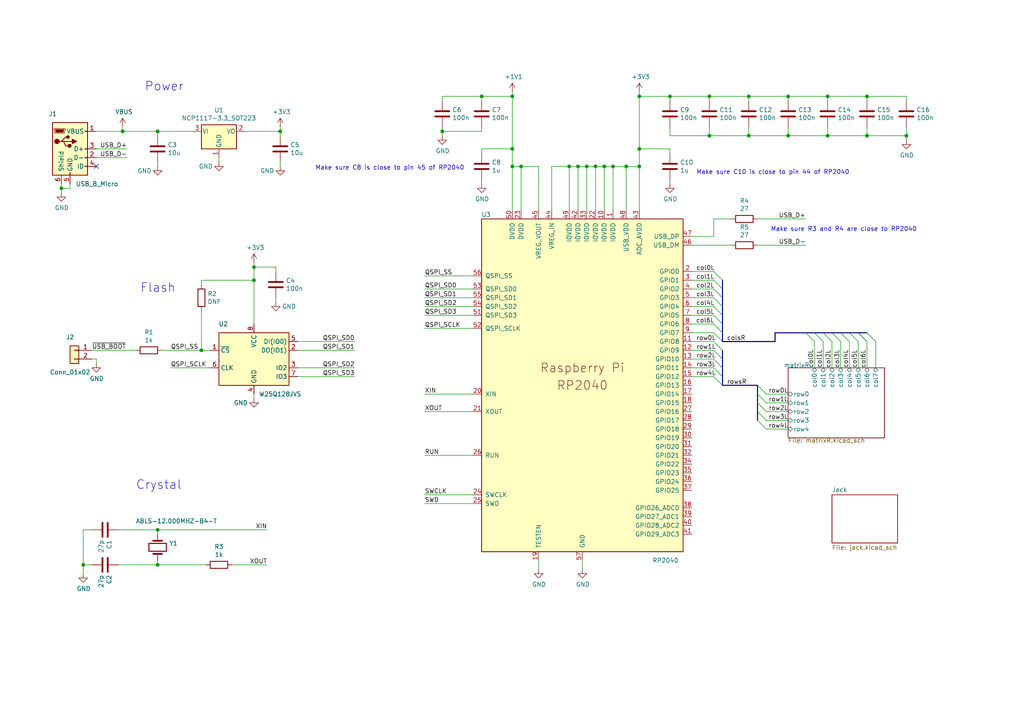
<source format=kicad_sch>
(kicad_sch (version 20211123) (generator eeschema)
  (paper "A4")
  (lib_symbols
    (symbol "Connector_Generic:Conn_01x02" (pin_names (offset 1.016) hide)
      (property "Reference" "J" (at 0 2.54 0))
      (property "Value" "Conn_01x02" (at 0 -5.08 0))
      (symbol "Conn_01x02_1_1"
        (rectangle (start -1.27 -2.413) (end 0 -2.667) (stroke (width 0.1524)))
        (rectangle (start -1.27 0.127) (end 0 -0.127) (stroke (width 0.1524)))
        (rectangle (start -1.27 1.27) (end 1.27 -3.81) (stroke (width 0.254)) (fill (type background)))
        (pin passive line (at -5.08 0 0) (length 3.81) (name "Pin_1") (number "1"))
        (pin passive line (at -5.08 -2.54 0) (length 3.81) (name "Pin_2") (number "2"))
      )
    )
    (symbol "Device:C" (pin_numbers hide) (pin_names (offset 0.254))
      (property "Reference" "C" (at 0.635 2.54 0))
      (property "Value" "C" (at 0.635 -2.54 0))
      (symbol "C_0_1"
        (polyline (pts (xy -2.032 -0.762) (xy 2.032 -0.762)) (stroke (width 0.508)))
        (polyline (pts (xy -2.032 0.762) (xy 2.032 0.762)) (stroke (width 0.508)))
      )
      (symbol "C_1_1"
        (pin passive line (at 0 3.81 270) (length 2.794) (name "~") (number "1"))
        (pin passive line (at 0 -3.81 90) (length 2.794) (name "~") (number "2"))
      )
    )
    (symbol "Device:Crystal" (pin_numbers hide) (pin_names (offset 1.016) hide)
      (property "Reference" "Y" (at 0 3.81 0))
      (property "Value" "Crystal" (at 0 -3.81 0))
      (symbol "Crystal_0_1"
        (rectangle (start -1.143 2.54) (end 1.143 -2.54) (stroke (width 0.3048)))
        (polyline (pts (xy -2.54 0) (xy -1.905 0)))
        (polyline (pts (xy -1.905 -1.27) (xy -1.905 1.27)) (stroke (width 0.508)))
        (polyline (pts (xy 1.905 -1.27) (xy 1.905 1.27)) (stroke (width 0.508)))
        (polyline (pts (xy 2.54 0) (xy 1.905 0)))
      )
      (symbol "Crystal_1_1"
        (pin passive line (at -3.81 0 0) (length 1.27) (name "1") (number "1"))
        (pin passive line (at 3.81 0 180) (length 1.27) (name "2") (number "2"))
      )
    )
    (symbol "Device:R" (pin_numbers hide) (pin_names (offset 0))
      (property "Reference" "R" (at 2.032 0 90))
      (property "Value" "R" (at 0 0 90))
      (symbol "R_0_1"
        (rectangle (start -1.016 -2.54) (end 1.016 2.54) (stroke (width 0.254)))
      )
      (symbol "R_1_1"
        (pin passive line (at 0 3.81 270) (length 1.27) (name "~") (number "1"))
        (pin passive line (at 0 -3.81 90) (length 1.27) (name "~") (number "2"))
      )
    )
    (symbol "MCU_RaspberryPi_RP2040:RP2040" (pin_names (offset 1.016))
      (property "Reference" "U" (at -29.21 49.53 0))
      (property "Value" "RP2040" (at 24.13 -49.53 0))
      (symbol "RP2040_0_0"
        (text "Raspberry Pi" (at 0 5.08 0) (effects (font (size 2.54 2.54))))
        (text "RP2040" (at 0 0 0) (effects (font (size 2.54 2.54))))
      )
      (symbol "RP2040_0_1"
        (rectangle (start 29.21 48.26) (end -29.21 -48.26) (stroke (width 0.254)) (fill (type background)))
      )
      (symbol "RP2040_1_1"
        (pin power_in line (at 8.89 50.8 270) (length 2.54) (name "IOVDD") (number "1"))
        (pin power_in line (at 6.35 50.8 270) (length 2.54) (name "IOVDD") (number "10"))
        (pin bidirectional line (at 31.75 12.7 180) (length 2.54) (name "GPIO8") (number "11"))
        (pin bidirectional line (at 31.75 10.16 180) (length 2.54) (name "GPIO9") (number "12"))
        (pin bidirectional line (at 31.75 7.62 180) (length 2.54) (name "GPIO10") (number "13"))
        (pin bidirectional line (at 31.75 5.08 180) (length 2.54) (name "GPIO11") (number "14"))
        (pin bidirectional line (at 31.75 2.54 180) (length 2.54) (name "GPIO12") (number "15"))
        (pin bidirectional line (at 31.75 0 180) (length 2.54) (name "GPIO13") (number "16"))
        (pin bidirectional line (at 31.75 -2.54 180) (length 2.54) (name "GPIO14") (number "17"))
        (pin bidirectional line (at 31.75 -5.08 180) (length 2.54) (name "GPIO15") (number "18"))
        (pin passive line (at -12.7 -50.8 90) (length 2.54) (name "TESTEN") (number "19"))
        (pin bidirectional line (at 31.75 33.02 180) (length 2.54) (name "GPIO0") (number "2"))
        (pin input line (at -31.75 -2.54 0) (length 2.54) (name "XIN") (number "20"))
        (pin passive line (at -31.75 -7.62 0) (length 2.54) (name "XOUT") (number "21"))
        (pin power_in line (at 3.81 50.8 270) (length 2.54) (name "IOVDD") (number "22"))
        (pin power_in line (at -17.78 50.8 270) (length 2.54) (name "DVDD") (number "23"))
        (pin output line (at -31.75 -31.75 0) (length 2.54) (name "SWCLK") (number "24"))
        (pin bidirectional line (at -31.75 -34.29 0) (length 2.54) (name "SWD") (number "25"))
        (pin input line (at -31.75 -20.32 0) (length 2.54) (name "RUN") (number "26"))
        (pin bidirectional line (at 31.75 -7.62 180) (length 2.54) (name "GPIO16") (number "27"))
        (pin bidirectional line (at 31.75 -10.16 180) (length 2.54) (name "GPIO17") (number "28"))
        (pin bidirectional line (at 31.75 -12.7 180) (length 2.54) (name "GPIO18") (number "29"))
        (pin bidirectional line (at 31.75 30.48 180) (length 2.54) (name "GPIO1") (number "3"))
        (pin bidirectional line (at 31.75 -15.24 180) (length 2.54) (name "GPIO19") (number "30"))
        (pin bidirectional line (at 31.75 -17.78 180) (length 2.54) (name "GPIO20") (number "31"))
        (pin bidirectional line (at 31.75 -20.32 180) (length 2.54) (name "GPIO21") (number "32"))
        (pin power_in line (at 1.27 50.8 270) (length 2.54) (name "IOVDD") (number "33"))
        (pin bidirectional line (at 31.75 -22.86 180) (length 2.54) (name "GPIO22") (number "34"))
        (pin bidirectional line (at 31.75 -25.4 180) (length 2.54) (name "GPIO23") (number "35"))
        (pin bidirectional line (at 31.75 -27.94 180) (length 2.54) (name "GPIO24") (number "36"))
        (pin bidirectional line (at 31.75 -30.48 180) (length 2.54) (name "GPIO25") (number "37"))
        (pin bidirectional line (at 31.75 -35.56 180) (length 2.54) (name "GPIO26_ADC0") (number "38"))
        (pin bidirectional line (at 31.75 -38.1 180) (length 2.54) (name "GPIO27_ADC1") (number "39"))
        (pin bidirectional line (at 31.75 27.94 180) (length 2.54) (name "GPIO2") (number "4"))
        (pin bidirectional line (at 31.75 -40.64 180) (length 2.54) (name "GPIO28_ADC2") (number "40"))
        (pin bidirectional line (at 31.75 -43.18 180) (length 2.54) (name "GPIO29_ADC3") (number "41"))
        (pin power_in line (at -1.27 50.8 270) (length 2.54) (name "IOVDD") (number "42"))
        (pin power_in line (at 16.51 50.8 270) (length 2.54) (name "ADC_AVDD") (number "43"))
        (pin power_in line (at -8.89 50.8 270) (length 2.54) (name "VREG_IN") (number "44"))
        (pin power_out line (at -12.7 50.8 270) (length 2.54) (name "VREG_VOUT") (number "45"))
        (pin bidirectional line (at 31.75 40.64 180) (length 2.54) (name "USB_DM") (number "46"))
        (pin bidirectional line (at 31.75 43.18 180) (length 2.54) (name "USB_DP") (number "47"))
        (pin power_in line (at 12.7 50.8 270) (length 2.54) (name "USB_VDD") (number "48"))
        (pin power_in line (at -3.81 50.8 270) (length 2.54) (name "IOVDD") (number "49"))
        (pin bidirectional line (at 31.75 25.4 180) (length 2.54) (name "GPIO3") (number "5"))
        (pin power_in line (at -20.32 50.8 270) (length 2.54) (name "DVDD") (number "50"))
        (pin bidirectional line (at -31.75 20.32 0) (length 2.54) (name "QSPI_SD3") (number "51"))
        (pin output line (at -31.75 16.51 0) (length 2.54) (name "QSPI_SCLK") (number "52"))
        (pin bidirectional line (at -31.75 27.94 0) (length 2.54) (name "QSPI_SD0") (number "53"))
        (pin bidirectional line (at -31.75 22.86 0) (length 2.54) (name "QSPI_SD2") (number "54"))
        (pin bidirectional line (at -31.75 25.4 0) (length 2.54) (name "QSPI_SD1") (number "55"))
        (pin bidirectional line (at -31.75 31.75 0) (length 2.54) (name "QSPI_SS") (number "56"))
        (pin power_in line (at 0 -50.8 90) (length 2.54) (name "GND") (number "57"))
        (pin bidirectional line (at 31.75 22.86 180) (length 2.54) (name "GPIO4") (number "6"))
        (pin bidirectional line (at 31.75 20.32 180) (length 2.54) (name "GPIO5") (number "7"))
        (pin bidirectional line (at 31.75 17.78 180) (length 2.54) (name "GPIO6") (number "8"))
        (pin bidirectional line (at 31.75 15.24 180) (length 2.54) (name "GPIO7") (number "9"))
      )
    )
    (symbol "Memory_Flash:W25Q128JVS"
      (property "Reference" "U" (at -8.89 8.89 0))
      (property "Value" "W25Q128JVS" (at 7.62 8.89 0))
      (symbol "W25Q128JVS_0_1"
        (rectangle (start -10.16 7.62) (end 10.16 -7.62) (stroke (width 0.254)) (fill (type background)))
      )
      (symbol "W25Q128JVS_1_1"
        (pin input line (at -12.7 2.54 0) (length 2.54) (name "~{CS}") (number "1"))
        (pin bidirectional line (at 12.7 2.54 180) (length 2.54) (name "DO(IO1)") (number "2"))
        (pin bidirectional line (at 12.7 -2.54 180) (length 2.54) (name "IO2") (number "3"))
        (pin power_in line (at 0 -10.16 90) (length 2.54) (name "GND") (number "4"))
        (pin bidirectional line (at 12.7 5.08 180) (length 2.54) (name "DI(IO0)") (number "5"))
        (pin input line (at -12.7 -2.54 0) (length 2.54) (name "CLK") (number "6"))
        (pin bidirectional line (at 12.7 -5.08 180) (length 2.54) (name "IO3") (number "7"))
        (pin power_in line (at 0 10.16 270) (length 2.54) (name "VCC") (number "8"))
      )
    )
    (symbol "RP2040_minimal-rescue:USB_B_Micro-Connector" (pin_names (offset 1.016))
      (property "Reference" "J" (at -5.08 11.43 0))
      (property "Value" "USB_B_Micro-Connector" (at -5.08 8.89 0))
      (symbol "USB_B_Micro-Connector_0_1"
        (rectangle (start -5.08 -7.62) (end 5.08 7.62) (stroke (width 0.254)) (fill (type background)))
        (circle (center -3.81 2.159) (radius 0.635) (stroke (width 0.254)) (fill (type outline)))
        (circle (center -0.635 3.429) (radius 0.381) (stroke (width 0.254)) (fill (type outline)))
        (rectangle (start -0.127 -7.62) (end 0.127 -6.858))
        (polyline (pts (xy -1.905 2.159) (xy 0.635 2.159)) (stroke (width 0.254)))
        (polyline (pts (xy -3.175 2.159) (xy -2.54 2.159) (xy -1.27 3.429) (xy -0.635 3.429)) (stroke (width 0.254)))
        (polyline (pts (xy -2.54 2.159) (xy -1.905 2.159) (xy -1.27 0.889) (xy 0 0.889)) (stroke (width 0.254)))
        (polyline (pts (xy 0.635 2.794) (xy 0.635 1.524) (xy 1.905 2.159) (xy 0.635 2.794)) (stroke (width 0.254)) (fill (type outline)))
        (polyline (pts (xy -4.318 5.588) (xy -1.778 5.588) (xy -2.032 4.826) (xy -4.064 4.826) (xy -4.318 5.588)) (fill (type outline)))
        (polyline (pts (xy -4.699 5.842) (xy -4.699 5.588) (xy -4.445 4.826) (xy -4.445 4.572) (xy -1.651 4.572) (xy -1.651 4.826) (xy -1.397 5.588) (xy -1.397 5.842) (xy -4.699 5.842)))
        (rectangle (start 0.254 1.27) (end -0.508 0.508) (stroke (width 0.254)) (fill (type outline)))
        (rectangle (start 5.08 -5.207) (end 4.318 -4.953))
        (rectangle (start 5.08 -2.667) (end 4.318 -2.413))
        (rectangle (start 5.08 -0.127) (end 4.318 0.127))
        (rectangle (start 5.08 4.953) (end 4.318 5.207))
      )
      (symbol "USB_B_Micro-Connector_1_1"
        (pin power_out line (at 7.62 5.08 180) (length 2.54) (name "VBUS") (number "1"))
        (pin passive line (at 7.62 -2.54 180) (length 2.54) (name "D-") (number "2"))
        (pin passive line (at 7.62 0 180) (length 2.54) (name "D+") (number "3"))
        (pin passive line (at 7.62 -5.08 180) (length 2.54) (name "ID") (number "4"))
        (pin power_out line (at 0 -10.16 90) (length 2.54) (name "GND") (number "5"))
        (pin passive line (at -2.54 -10.16 90) (length 2.54) (name "Shield") (number "6"))
      )
    )
    (symbol "Regulator_Linear:NCP1117-3.3_SOT223" (pin_names (offset 0.254))
      (property "Reference" "U" (at -3.81 3.175 0))
      (property "Value" "NCP1117-3.3_SOT223" (at 0 3.175 0))
      (symbol "NCP1117-3.3_SOT223_0_1"
        (rectangle (start -5.08 -5.08) (end 5.08 1.905) (stroke (width 0.254)) (fill (type background)))
      )
      (symbol "NCP1117-3.3_SOT223_1_1"
        (pin power_in line (at 0 -7.62 90) (length 2.54) (name "GND") (number "1"))
        (pin power_out line (at 7.62 0 180) (length 2.54) (name "VO") (number "2"))
        (pin power_in line (at -7.62 0 0) (length 2.54) (name "VI") (number "3"))
      )
    )
    (symbol "power:+1V1" (power) (pin_names (offset 0))
      (property "Value" "+1V1" (at 0 3.556 0))
      (symbol "+1V1_0_1"
        (polyline (pts (xy -0.762 1.27) (xy 0 2.54)))
        (polyline (pts (xy 0 0) (xy 0 2.54)))
        (polyline (pts (xy 0 2.54) (xy 0.762 1.27)))
      )
      (symbol "+1V1_1_1"
        (pin power_in line (at 0 0 90) (length 0) hide (name "+1V1") (number "1"))
      )
    )
    (symbol "power:+3V3" (power) (pin_names (offset 0))
      (property "Value" "+3V3" (at 0 3.556 0))
      (symbol "+3V3_0_1"
        (polyline (pts (xy -0.762 1.27) (xy 0 2.54)))
        (polyline (pts (xy 0 0) (xy 0 2.54)))
        (polyline (pts (xy 0 2.54) (xy 0.762 1.27)))
      )
      (symbol "+3V3_1_1"
        (pin power_in line (at 0 0 90) (length 0) hide (name "+3V3") (number "1"))
      )
    )
    (symbol "power:GND" (power) (pin_names (offset 0))
      (property "Value" "GND" (at 0 -3.81 0))
      (symbol "GND_0_1"
        (polyline (pts (xy 0 0) (xy 0 -1.27) (xy 1.27 -1.27) (xy 0 -2.54) (xy -1.27 -1.27) (xy 0 -1.27)))
      )
      (symbol "GND_1_1"
        (pin power_in line (at 0 0 270) (length 0) hide (name "GND") (number "1"))
      )
    )
    (symbol "power:VBUS" (power) (pin_names (offset 0))
      (property "Value" "VBUS" (at 0 3.81 0))
      (symbol "VBUS_0_1"
        (polyline (pts (xy -0.762 1.27) (xy 0 2.54)))
        (polyline (pts (xy 0 0) (xy 0 2.54)))
        (polyline (pts (xy 0 2.54) (xy 0.762 1.27)))
      )
      (symbol "VBUS_1_1"
        (pin power_in line (at 0 0 90) (length 0) hide (name "VBUS") (number "1"))
      )
    )
  )
  (junction (at 148.59 43.18))
  (junction (at 58.42 101.6))
  (junction (at 240.03 39.37))
  (junction (at 165.1 48.26))
  (junction (at 240.03 27.94))
  (junction (at 148.59 48.26))
  (junction (at 167.64 48.26))
  (junction (at 205.74 39.37))
  (junction (at 24.13 163.83))
  (junction (at 185.42 43.18))
  (junction (at 228.6 39.37))
  (junction (at 217.17 39.37))
  (junction (at 128.27 38.1))
  (junction (at 217.17 27.94))
  (junction (at 45.72 38.1))
  (junction (at 262.89 39.37))
  (junction (at 17.78 54.61))
  (junction (at 148.59 27.94))
  (junction (at 185.42 27.94))
  (junction (at 81.28 38.1))
  (junction (at 228.6 27.94))
  (junction (at 185.42 48.26))
  (junction (at 73.66 81.28))
  (junction (at 175.26 48.26))
  (junction (at 45.72 163.83))
  (junction (at 151.13 48.26))
  (junction (at 251.46 39.37))
  (junction (at 251.46 27.94))
  (junction (at 35.56 38.1))
  (junction (at 45.72 153.67))
  (junction (at 139.7 27.94))
  (junction (at 177.8 48.26))
  (junction (at 170.18 48.26))
  (junction (at 73.66 77.47))
  (junction (at 194.31 27.94))
  (junction (at 205.74 27.94))
  (junction (at 181.61 48.26))
  (junction (at 172.72 48.26))
  (no_connect (at 27.94 48.26))
  (bus_entry (at 219.71 121.92) (size 2.54 2.54))
  (bus_entry (at 248.92 96.52) (size 2.54 2.54))
  (bus_entry (at 207.01 96.52) (size 2.54 2.54))
  (bus_entry (at 207.01 104.14) (size 2.54 2.54))
  (bus_entry (at 207.01 78.74) (size 2.54 2.54))
  (bus_entry (at 207.01 99.06) (size 2.54 2.54))
  (bus_entry (at 251.46 96.52) (size 2.54 2.54))
  (bus_entry (at 238.76 96.52) (size 2.54 2.54))
  (bus_entry (at 219.71 119.38) (size 2.54 2.54))
  (bus_entry (at 233.68 96.52) (size 2.54 2.54))
  (bus_entry (at 207.01 83.82) (size 2.54 2.54))
  (bus_entry (at 248.92 96.52) (size 2.54 2.54))
  (bus_entry (at 207.01 101.6) (size 2.54 2.54))
  (bus_entry (at 207.01 106.68) (size 2.54 2.54))
  (bus_entry (at 219.71 111.76) (size 2.54 2.54))
  (bus_entry (at 246.38 96.52) (size 2.54 2.54))
  (bus_entry (at 207.01 88.9) (size 2.54 2.54))
  (bus_entry (at 207.01 109.22) (size 2.54 2.54))
  (bus_entry (at 236.22 96.52) (size 2.54 2.54))
  (bus_entry (at 207.01 91.44) (size 2.54 2.54))
  (bus_entry (at 207.01 93.98) (size 2.54 2.54))
  (bus_entry (at 207.01 86.36) (size 2.54 2.54))
  (bus_entry (at 207.01 81.28) (size 2.54 2.54))
  (bus_entry (at 219.71 116.84) (size 2.54 2.54))
  (bus_entry (at 241.3 96.52) (size 2.54 2.54))
  (bus_entry (at 243.84 96.52) (size 2.54 2.54))
  (bus_entry (at 219.71 114.3) (size 2.54 2.54))
  (wire (pts (xy 55.88 38.1) (xy 45.72 38.1)))
  (wire (pts (xy 200.66 109.22) (xy 207.01 109.22)))
  (wire (pts (xy 219.71 71.12) (xy 233.68 71.12)))
  (wire (pts (xy 139.7 44.45) (xy 139.7 43.18)))
  (bus (pts (xy 209.55 109.22) (xy 209.55 111.76)))
  (wire (pts (xy 45.72 39.37) (xy 45.72 38.1)))
  (wire (pts (xy 123.19 88.9) (xy 137.16 88.9)))
  (wire (pts (xy 27.94 104.14) (xy 27.94 105.41)))
  (bus (pts (xy 209.55 104.14) (xy 209.55 106.68)))
  (wire (pts (xy 177.8 48.26) (xy 181.61 48.26)))
  (wire (pts (xy 165.1 48.26) (xy 167.64 48.26)))
  (wire (pts (xy 200.66 101.6) (xy 207.01 101.6)))
  (wire (pts (xy 200.66 96.52) (xy 207.01 96.52)))
  (wire (pts (xy 194.31 36.83) (xy 194.31 39.37)))
  (wire (pts (xy 123.19 83.82) (xy 137.16 83.82)))
  (bus (pts (xy 243.84 96.52) (xy 241.3 96.52)))
  (wire (pts (xy 175.26 60.96) (xy 175.26 48.26)))
  (wire (pts (xy 238.76 99.06) (xy 238.76 106.68)))
  (wire (pts (xy 241.3 99.06) (xy 241.3 106.68)))
  (wire (pts (xy 45.72 154.94) (xy 45.72 153.67)))
  (bus (pts (xy 224.79 96.52) (xy 224.79 99.06)))
  (wire (pts (xy 58.42 82.55) (xy 58.42 81.28)))
  (wire (pts (xy 228.6 36.83) (xy 228.6 39.37)))
  (wire (pts (xy 240.03 27.94) (xy 251.46 27.94)))
  (wire (pts (xy 128.27 38.1) (xy 139.7 38.1)))
  (wire (pts (xy 86.36 101.6) (xy 102.87 101.6)))
  (wire (pts (xy 175.26 48.26) (xy 177.8 48.26)))
  (wire (pts (xy 35.56 36.83) (xy 35.56 38.1)))
  (bus (pts (xy 246.38 96.52) (xy 243.84 96.52)))
  (wire (pts (xy 128.27 29.21) (xy 128.27 27.94)))
  (bus (pts (xy 209.55 96.52) (xy 209.55 99.06)))
  (wire (pts (xy 251.46 39.37) (xy 262.89 39.37)))
  (wire (pts (xy 139.7 27.94) (xy 148.59 27.94)))
  (wire (pts (xy 200.66 83.82) (xy 207.01 83.82)))
  (wire (pts (xy 217.17 27.94) (xy 228.6 27.94)))
  (wire (pts (xy 251.46 99.06) (xy 251.46 106.68)))
  (wire (pts (xy 139.7 38.1) (xy 139.7 36.83)))
  (wire (pts (xy 137.16 95.25) (xy 123.19 95.25)))
  (wire (pts (xy 194.31 29.21) (xy 194.31 27.94)))
  (wire (pts (xy 200.66 86.36) (xy 207.01 86.36)))
  (wire (pts (xy 177.8 48.26) (xy 177.8 60.96)))
  (wire (pts (xy 58.42 81.28) (xy 73.66 81.28)))
  (bus (pts (xy 209.55 101.6) (xy 209.55 104.14)))
  (wire (pts (xy 128.27 27.94) (xy 139.7 27.94)))
  (wire (pts (xy 123.19 91.44) (xy 137.16 91.44)))
  (wire (pts (xy 81.28 39.37) (xy 81.28 38.1)))
  (wire (pts (xy 165.1 60.96) (xy 165.1 48.26)))
  (wire (pts (xy 86.36 106.68) (xy 102.87 106.68)))
  (wire (pts (xy 45.72 46.99) (xy 45.72 48.26)))
  (wire (pts (xy 73.66 76.2) (xy 73.66 77.47)))
  (wire (pts (xy 181.61 48.26) (xy 185.42 48.26)))
  (wire (pts (xy 35.56 38.1) (xy 45.72 38.1)))
  (wire (pts (xy 45.72 153.67) (xy 77.47 153.67)))
  (wire (pts (xy 262.89 36.83) (xy 262.89 39.37)))
  (wire (pts (xy 246.38 99.06) (xy 246.38 106.68)))
  (wire (pts (xy 200.66 91.44) (xy 207.01 91.44)))
  (wire (pts (xy 137.16 132.08) (xy 123.19 132.08)))
  (wire (pts (xy 254 99.06) (xy 254 106.68)))
  (bus (pts (xy 209.55 111.76) (xy 219.71 111.76)))
  (wire (pts (xy 167.64 60.96) (xy 167.64 48.26)))
  (wire (pts (xy 228.6 39.37) (xy 217.17 39.37)))
  (wire (pts (xy 128.27 36.83) (xy 128.27 38.1)))
  (wire (pts (xy 67.31 163.83) (xy 77.47 163.83)))
  (wire (pts (xy 46.99 101.6) (xy 58.42 101.6)))
  (wire (pts (xy 26.67 153.67) (xy 24.13 153.67)))
  (wire (pts (xy 86.36 99.06) (xy 102.87 99.06)))
  (wire (pts (xy 24.13 163.83) (xy 24.13 166.37)))
  (bus (pts (xy 209.55 106.68) (xy 209.55 109.22)))
  (wire (pts (xy 200.66 88.9) (xy 207.01 88.9)))
  (wire (pts (xy 17.78 53.34) (xy 17.78 54.61)))
  (wire (pts (xy 58.42 90.17) (xy 58.42 101.6)))
  (wire (pts (xy 27.94 43.18) (xy 36.83 43.18)))
  (wire (pts (xy 139.7 52.07) (xy 139.7 53.34)))
  (wire (pts (xy 151.13 48.26) (xy 148.59 48.26)))
  (wire (pts (xy 219.71 63.5) (xy 233.68 63.5)))
  (wire (pts (xy 236.22 99.06) (xy 236.22 106.68)))
  (wire (pts (xy 251.46 27.94) (xy 262.89 27.94)))
  (wire (pts (xy 228.6 29.21) (xy 228.6 27.94)))
  (bus (pts (xy 233.68 96.52) (xy 224.79 96.52)))
  (wire (pts (xy 185.42 26.67) (xy 185.42 27.94)))
  (wire (pts (xy 80.01 77.47) (xy 73.66 77.47)))
  (bus (pts (xy 219.71 111.76) (xy 219.71 114.3)))
  (wire (pts (xy 194.31 52.07) (xy 194.31 53.34)))
  (bus (pts (xy 209.55 99.06) (xy 224.79 99.06)))
  (wire (pts (xy 205.74 39.37) (xy 194.31 39.37)))
  (wire (pts (xy 311.15 154.94) (xy 314.96 154.94)))
  (wire (pts (xy 185.42 27.94) (xy 194.31 27.94)))
  (wire (pts (xy 156.21 162.56) (xy 156.21 165.1)))
  (wire (pts (xy 80.01 86.36) (xy 80.01 87.63)))
  (bus (pts (xy 209.55 86.36) (xy 209.55 88.9)))
  (wire (pts (xy 160.02 48.26) (xy 165.1 48.26)))
  (wire (pts (xy 200.66 68.58) (xy 207.01 68.58)))
  (wire (pts (xy 26.67 163.83) (xy 24.13 163.83)))
  (wire (pts (xy 248.92 99.06) (xy 248.92 106.68)))
  (bus (pts (xy 241.3 96.52) (xy 238.76 96.52)))
  (wire (pts (xy 172.72 48.26) (xy 175.26 48.26)))
  (wire (pts (xy 222.25 116.84) (xy 228.6 116.84)))
  (wire (pts (xy 160.02 60.96) (xy 160.02 48.26)))
  (wire (pts (xy 222.25 114.3) (xy 228.6 114.3)))
  (wire (pts (xy 81.28 38.1) (xy 81.28 36.83)))
  (wire (pts (xy 168.91 162.56) (xy 168.91 165.1)))
  (wire (pts (xy 194.31 27.94) (xy 205.74 27.94)))
  (bus (pts (xy 209.55 93.98) (xy 209.55 96.52)))
  (wire (pts (xy 243.84 99.06) (xy 243.84 106.68)))
  (wire (pts (xy 139.7 29.21) (xy 139.7 27.94)))
  (wire (pts (xy 185.42 43.18) (xy 194.31 43.18)))
  (wire (pts (xy 45.72 162.56) (xy 45.72 163.83)))
  (wire (pts (xy 240.03 39.37) (xy 228.6 39.37)))
  (bus (pts (xy 248.92 96.52) (xy 246.38 96.52)))
  (wire (pts (xy 34.29 153.67) (xy 45.72 153.67)))
  (bus (pts (xy 209.55 91.44) (xy 209.55 93.98)))
  (wire (pts (xy 20.32 54.61) (xy 17.78 54.61)))
  (wire (pts (xy 137.16 119.38) (xy 123.19 119.38)))
  (wire (pts (xy 86.36 109.22) (xy 102.87 109.22)))
  (wire (pts (xy 45.72 163.83) (xy 59.69 163.83)))
  (wire (pts (xy 181.61 60.96) (xy 181.61 48.26)))
  (wire (pts (xy 49.53 106.68) (xy 60.96 106.68)))
  (wire (pts (xy 73.66 77.47) (xy 73.66 81.28)))
  (wire (pts (xy 200.66 71.12) (xy 212.09 71.12)))
  (bus (pts (xy 251.46 96.52) (xy 248.92 96.52)))
  (wire (pts (xy 217.17 39.37) (xy 205.74 39.37)))
  (wire (pts (xy 205.74 29.21) (xy 205.74 27.94)))
  (wire (pts (xy 185.42 48.26) (xy 185.42 60.96)))
  (wire (pts (xy 63.5 45.72) (xy 63.5 46.99)))
  (wire (pts (xy 185.42 27.94) (xy 185.42 43.18)))
  (wire (pts (xy 207.01 63.5) (xy 207.01 68.58)))
  (wire (pts (xy 251.46 29.21) (xy 251.46 27.94)))
  (bus (pts (xy 238.76 96.52) (xy 236.22 96.52)))
  (wire (pts (xy 137.16 143.51) (xy 123.19 143.51)))
  (wire (pts (xy 73.66 114.3) (xy 73.66 115.57)))
  (wire (pts (xy 39.37 101.6) (xy 26.67 101.6)))
  (wire (pts (xy 222.25 121.92) (xy 228.6 121.92)))
  (wire (pts (xy 128.27 38.1) (xy 128.27 39.37)))
  (wire (pts (xy 251.46 36.83) (xy 251.46 39.37)))
  (wire (pts (xy 34.29 163.83) (xy 45.72 163.83)))
  (wire (pts (xy 123.19 86.36) (xy 137.16 86.36)))
  (wire (pts (xy 80.01 78.74) (xy 80.01 77.47)))
  (bus (pts (xy 209.55 83.82) (xy 209.55 86.36)))
  (wire (pts (xy 205.74 36.83) (xy 205.74 39.37)))
  (wire (pts (xy 185.42 43.18) (xy 185.42 48.26)))
  (wire (pts (xy 151.13 60.96) (xy 151.13 48.26)))
  (wire (pts (xy 137.16 80.01) (xy 123.19 80.01)))
  (wire (pts (xy 20.32 53.34) (xy 20.32 54.61)))
  (bus (pts (xy 236.22 96.52) (xy 233.68 96.52)))
  (wire (pts (xy 172.72 60.96) (xy 172.72 48.26)))
  (wire (pts (xy 200.66 99.06) (xy 207.01 99.06)))
  (bus (pts (xy 209.55 81.28) (xy 209.55 83.82)))
  (wire (pts (xy 217.17 29.21) (xy 217.17 27.94)))
  (wire (pts (xy 311.15 147.32) (xy 314.96 147.32)))
  (wire (pts (xy 200.66 106.68) (xy 207.01 106.68)))
  (wire (pts (xy 222.25 124.46) (xy 228.6 124.46)))
  (wire (pts (xy 123.19 114.3) (xy 137.16 114.3)))
  (bus (pts (xy 209.55 88.9) (xy 209.55 91.44)))
  (wire (pts (xy 148.59 48.26) (xy 148.59 60.96)))
  (bus (pts (xy 219.71 119.38) (xy 219.71 121.92)))
  (wire (pts (xy 73.66 81.28) (xy 73.66 93.98)))
  (wire (pts (xy 200.66 104.14) (xy 207.01 104.14)))
  (wire (pts (xy 148.59 43.18) (xy 148.59 48.26)))
  (wire (pts (xy 156.21 48.26) (xy 151.13 48.26)))
  (bus (pts (xy 219.71 116.84) (xy 219.71 119.38)))
  (wire (pts (xy 207.01 63.5) (xy 212.09 63.5)))
  (wire (pts (xy 81.28 46.99) (xy 81.28 48.26)))
  (wire (pts (xy 262.89 29.21) (xy 262.89 27.94)))
  (wire (pts (xy 200.66 78.74) (xy 207.01 78.74)))
  (wire (pts (xy 27.94 45.72) (xy 36.83 45.72)))
  (wire (pts (xy 58.42 101.6) (xy 60.96 101.6)))
  (wire (pts (xy 26.67 104.14) (xy 27.94 104.14)))
  (wire (pts (xy 17.78 54.61) (xy 17.78 55.88)))
  (wire (pts (xy 170.18 48.26) (xy 172.72 48.26)))
  (wire (pts (xy 27.94 38.1) (xy 35.56 38.1)))
  (wire (pts (xy 156.21 60.96) (xy 156.21 48.26)))
  (wire (pts (xy 217.17 36.83) (xy 217.17 39.37)))
  (wire (pts (xy 148.59 26.67) (xy 148.59 27.94)))
  (wire (pts (xy 137.16 146.05) (xy 123.19 146.05)))
  (wire (pts (xy 251.46 39.37) (xy 240.03 39.37)))
  (wire (pts (xy 200.66 93.98) (xy 207.01 93.98)))
  (wire (pts (xy 240.03 29.21) (xy 240.03 27.94)))
  (wire (pts (xy 205.74 27.94) (xy 217.17 27.94)))
  (wire (pts (xy 200.66 81.28) (xy 207.01 81.28)))
  (wire (pts (xy 170.18 60.96) (xy 170.18 48.26)))
  (wire (pts (xy 194.31 44.45) (xy 194.31 43.18)))
  (wire (pts (xy 24.13 153.67) (xy 24.13 163.83)))
  (bus (pts (xy 219.71 114.3) (xy 219.71 116.84)))
  (wire (pts (xy 262.89 39.37) (xy 262.89 40.64)))
  (wire (pts (xy 71.12 38.1) (xy 81.28 38.1)))
  (wire (pts (xy 222.25 119.38) (xy 228.6 119.38)))
  (wire (pts (xy 167.64 48.26) (xy 170.18 48.26)))
  (wire (pts (xy 148.59 27.94) (xy 148.59 43.18)))
  (wire (pts (xy 228.6 27.94) (xy 240.03 27.94)))
  (wire (pts (xy 139.7 43.18) (xy 148.59 43.18)))
  (wire (pts (xy 240.03 36.83) (xy 240.03 39.37)))
  (text "Flash" (at 40.64 85.09 0) (effects (font (size 2.54 2.54)) (justify left bottom)))
  (text "Make sure C10 is close to pin 44 of RP2040" (at 201.93 50.8 0) (effects (font (size 1.27 1.27)) (justify left bottom)))
  (text "Crystal" (at 39.37 142.24 0) (effects (font (size 2.54 2.54)) (justify left bottom)))
  (text "Make sure C8 is close to pin 45 of RP2040" (at 91.44 49.53 0) (effects (font (size 1.27 1.27)) (justify left bottom)))
  (text "Make sure R3 and R4 are close to RP2040" (at 223.52 67.31 0) (effects (font (size 1.27 1.27)) (justify left bottom)))
  (text "Power" (at 41.91 26.67 0) (effects (font (size 2.54 2.54)) (justify left bottom)))
  (label "USB_D+" (at 36.83 43.18 180))
  (label "SWD" (at 123.19 146.05 0))
  (label "QSPI_SD0" (at 123.19 83.82 0))
  (label "QSPI_SD3" (at 102.87 109.22 180))
  (label "row4L" (at 228.6 124.46 180))
  (label "QSPI_SCLK" (at 123.19 95.25 0))
  (label "XOUT" (at 77.47 163.83 180))
  (label "row1L" (at 228.6 116.84 180))
  (label "col4L" (at 246.38 106.68 90))
  (label "rowsR" (at 210.82 111.76 0))
  (label "col2L" (at 241.3 106.68 90))
  (label "col5L" (at 201.9079 91.44 0))
  (label "QSPI_SD2" (at 102.87 106.68 180))
  (label "~{USB_BOOT}" (at 26.67 101.6 0))
  (label "QSPI_SD3" (at 123.19 91.44 0))
  (label "SWCLK" (at 123.19 143.51 0))
  (label "row1L" (at 201.93 101.6 0))
  (label "QSPI_SCLK" (at 49.53 106.68 0))
  (label "USB_D-" (at 233.68 71.12 180))
  (label "col4L" (at 201.9079 88.9 0))
  (label "QSPI_SD1" (at 123.19 86.36 0))
  (label "col3L" (at 243.84 106.68 90))
  (label "col0L" (at 201.93 78.74 0))
  (label "XIN" (at 77.47 153.67 180))
  (label "USB_D-" (at 36.83 45.72 180))
  (label "QSPI_SD1" (at 102.87 101.6 180))
  (label "col5L" (at 248.92 106.68 90))
  (label "row2L" (at 201.93 104.14 0))
  (label "QSPI_SD0" (at 102.87 99.06 180))
  (label "row4L" (at 201.93 109.22 0))
  (label "row3L" (at 201.93 106.68 0))
  (label "colsR" (at 210.82 99.06 0))
  (label "XIN" (at 123.19 114.3 0))
  (label "row2L" (at 228.6 119.38 180))
  (label "QSPI_SS" (at 49.53 101.6 0))
  (label "col6L" (at 251.46 106.68 90))
  (label "col2L" (at 201.9079 83.82 0))
  (label "col0L" (at 236.22 106.6579 90))
  (label "RUN" (at 123.19 132.08 0))
  (label "col3L" (at 201.9079 86.36 0))
  (label "row3L" (at 228.6 121.92 180))
  (label "XOUT" (at 123.19 119.38 0))
  (label "col6L" (at 201.8599 93.98 0))
  (label "col1L" (at 238.76 106.68 90))
  (label "QSPI_SD2" (at 123.19 88.9 0))
  (label "USB_D+" (at 233.68 63.5 180))
  (label "row0L" (at 228.6 114.3 180))
  (label "row0L" (at 201.93 99.06 0))
  (label "col1L" (at 201.9079 81.28 0))
  (label "QSPI_SS" (at 123.19 80.01 0))
  (symbol (lib_id "Regulator_Linear:NCP1117-3.3_SOT223") (at 63.5 38.1 0) (unit 1)
    (property "Reference" "U1" (at 63.5 31.9532 0))
    (property "Value" "NCP1117-3.3_SOT223" (at 63.5 34.2646 0))
    (property "Footprint" "Package_TO_SOT_SMD:SOT-223-3_TabPin2" (effects hide))
    (property "Datasheet" "http://www.onsemi.com/pub_link/Collateral/NCP1117-D.PDF" (effects hide))
  )
  (symbol (lib_id "Memory_Flash:W25Q128JVS") (at 73.66 104.14 0) (unit 1)
    (property "Reference" "U2" (at 64.77 93.98 0))
    (property "Value" "W25Q128JVS" (at 81.28 114.3 0))
    (property "Footprint" "Package_SO:SOIC-8_5.23x5.23mm_P1.27mm" (effects hide))
    (property "Datasheet" "http://www.winbond.com/resource-files/w25q128jv_dtr%20revc%2003272018%20plus.pdf" (effects hide))
  )
  (symbol (lib_id "Device:C") (at 80.01 82.55 0) (unit 1)
    (property "Reference" "C4" (at 82.931 81.3816 0) (effects (justify left)))
    (property "Value" "100n" (at 82.931 83.693 0) (effects (justify left)))
    (property "Footprint" "Capacitor_SMD:C_0402_1005Metric" (effects hide))
  )
  (symbol (lib_id "power:VBUS") (at 35.56 36.83 0) (unit 1)
    (property "Reference" "#PWR04" (effects hide))
    (property "Value" "VBUS" (at 35.941 32.4358 0))
  )
  (symbol (lib_id "Device:C") (at 139.7 48.26 0) (unit 1)
    (property "Reference" "C8" (at 142.621 47.0916 0) (effects (justify left)))
    (property "Value" "1u" (at 142.621 49.403 0) (effects (justify left)))
    (property "Footprint" "Capacitor_SMD:C_0402_1005Metric" (effects hide))
  )
  (symbol (lib_id "Device:C") (at 251.46 33.02 0) (unit 1)
    (property "Reference" "C15" (at 254.381 31.8516 0) (effects (justify left)))
    (property "Value" "100n" (at 254.381 34.163 0) (effects (justify left)))
    (property "Footprint" "Capacitor_SMD:C_0402_1005Metric" (effects hide))
  )
  (symbol (lib_id "power:GND") (at 17.78 55.88 0) (unit 1)
    (property "Reference" "#PWR01" (effects hide))
    (property "Value" "GND" (at 17.907 60.2742 0))
  )
  (symbol (lib_id "power:GND") (at 27.94 105.41 0) (unit 1)
    (property "Reference" "#PWR03" (effects hide))
    (property "Value" "GND" (at 28.067 109.8042 0))
  )
  (symbol (lib_id "Device:C") (at 205.74 33.02 0) (unit 1)
    (property "Reference" "C11" (at 208.661 31.8516 0) (effects (justify left)))
    (property "Value" "100n" (at 208.661 34.163 0) (effects (justify left)))
    (property "Footprint" "Capacitor_SMD:C_0402_1005Metric" (effects hide))
  )
  (symbol (lib_id "power:GND") (at 80.01 87.63 0) (unit 1)
    (property "Reference" "#PWR09" (effects hide))
    (property "Value" "GND" (at 83.82 88.9 0))
  )
  (symbol (lib_id "Device:R") (at 215.9 71.12 270) (unit 1)
    (property "Reference" "R5" (at 215.9 65.8622 90))
    (property "Value" "27" (at 215.9 68.1736 90))
    (property "Footprint" "Capacitor_SMD:C_0402_1005Metric" (effects hide))
  )
  (symbol (lib_id "Device:C") (at 81.28 43.18 0) (unit 1)
    (property "Reference" "C5" (at 84.201 42.0116 0) (effects (justify left)))
    (property "Value" "10u" (at 84.201 44.323 0) (effects (justify left)))
    (property "Footprint" "Capacitor_SMD:C_0805_2012Metric" (effects hide))
  )
  (symbol (lib_id "power:GND") (at 63.5 46.99 0) (unit 1)
    (property "Reference" "#PWR06" (effects hide))
    (property "Value" "GND" (at 59.69 48.26 0))
  )
  (symbol (lib_id "Device:C") (at 128.27 33.02 0) (unit 1)
    (property "Reference" "C6" (at 131.191 31.8516 0) (effects (justify left)))
    (property "Value" "100n" (at 131.191 34.163 0) (effects (justify left)))
    (property "Footprint" "Capacitor_SMD:C_0402_1005Metric" (effects hide))
  )
  (symbol (lib_id "power:+1V1") (at 148.59 26.67 0) (unit 1)
    (property "Reference" "#PWR014" (effects hide))
    (property "Value" "+1V1" (at 148.971 22.2758 0))
  )
  (symbol (lib_id "Device:Crystal") (at 45.72 158.75 270) (unit 1)
    (property "Reference" "Y1" (at 49.0474 157.5816 90) (effects (justify left)))
    (property "Value" "ABLS-12.000MHZ-B4-T" (at 39.37 151.13 90) (effects (justify left)))
    (property "Footprint" "RP2040_minimal:Crystal_SMD_HC49-US" (effects hide))
  )
  (symbol (lib_id "Device:C") (at 194.31 48.26 0) (unit 1)
    (property "Reference" "C10" (at 197.231 47.0916 0) (effects (justify left)))
    (property "Value" "1u" (at 197.231 49.403 0) (effects (justify left)))
    (property "Footprint" "Capacitor_SMD:C_0402_1005Metric" (effects hide))
  )
  (symbol (lib_id "Device:C") (at 30.48 163.83 270) (unit 1)
    (property "Reference" "C2" (at 31.6484 166.751 0) (effects (justify left)))
    (property "Value" "27p" (at 29.337 166.751 0) (effects (justify left)))
    (property "Footprint" "Capacitor_SMD:C_0402_1005Metric" (effects hide))
  )
  (symbol (lib_id "power:+3V3") (at 311.15 147.32 0) (unit 1)
    (property "Reference" "#PWR?" (effects hide))
    (property "Value" "+3V3" (at 311.531 142.9258 0))
  )
  (symbol (lib_id "power:GND") (at 45.72 48.26 0) (unit 1)
    (property "Reference" "#PWR05" (effects hide))
    (property "Value" "GND" (at 41.91 49.53 0))
  )
  (symbol (lib_id "Device:R") (at 215.9 63.5 270) (unit 1)
    (property "Reference" "R4" (at 215.9 58.2422 90))
    (property "Value" "27" (at 215.9 60.5536 90))
    (property "Footprint" "Capacitor_SMD:C_0402_1005Metric" (effects hide))
  )
  (symbol (lib_id "Device:C") (at 139.7 33.02 0) (unit 1)
    (property "Reference" "C7" (at 142.621 31.8516 0) (effects (justify left)))
    (property "Value" "100n" (at 142.621 34.163 0) (effects (justify left)))
    (property "Footprint" "Capacitor_SMD:C_0402_1005Metric" (effects hide))
  )
  (symbol (lib_id "power:+3V3") (at 81.28 36.83 0) (unit 1)
    (property "Reference" "#PWR010" (effects hide))
    (property "Value" "+3V3" (at 81.661 32.4358 0))
  )
  (symbol (lib_id "power:GND") (at 128.27 39.37 0) (unit 1)
    (property "Reference" "#PWR012" (effects hide))
    (property "Value" "GND" (at 128.397 43.7642 0))
  )
  (symbol (lib_id "Device:R") (at 43.18 101.6 270) (unit 1)
    (property "Reference" "R1" (at 43.18 96.3422 90))
    (property "Value" "1k" (at 43.18 98.6536 90))
    (property "Footprint" "Capacitor_SMD:C_0402_1005Metric" (effects hide))
  )
  (symbol (lib_id "RP2040_minimal-rescue:USB_B_Micro-Connector") (at 20.32 43.18 0) (unit 1)
    (property "Reference" "J1" (at 16.51 33.02 0) (effects (justify right)))
    (property "Value" "USB_B_Micro" (at 34.29 53.34 0) (effects (justify right)))
    (property "Footprint" "RP2040_minimal:USB_Micro-B_Amphenol_10103594-0001LF_Horizontal_modified" (effects hide))
  )
  (symbol (lib_id "Device:C") (at 30.48 153.67 270) (unit 1)
    (property "Reference" "C1" (at 31.6484 156.591 0) (effects (justify left)))
    (property "Value" "27p" (at 29.337 156.591 0) (effects (justify left)))
    (property "Footprint" "Capacitor_SMD:C_0402_1005Metric" (effects hide))
  )
  (symbol (lib_id "power:GND") (at 262.89 40.64 0) (unit 1)
    (property "Reference" "#PWR019" (effects hide))
    (property "Value" "GND" (at 263.017 45.0342 0))
  )
  (symbol (lib_id "Device:C") (at 262.89 33.02 0) (unit 1)
    (property "Reference" "C16" (at 265.811 31.8516 0) (effects (justify left)))
    (property "Value" "100n" (at 265.811 34.163 0) (effects (justify left)))
    (property "Footprint" "Capacitor_SMD:C_0402_1005Metric" (effects hide))
  )
  (symbol (lib_id "Device:C") (at 194.31 33.02 0) (unit 1)
    (property "Reference" "C9" (at 197.231 31.8516 0) (effects (justify left)))
    (property "Value" "100n" (at 197.231 34.163 0) (effects (justify left)))
    (property "Footprint" "Capacitor_SMD:C_0402_1005Metric" (effects hide))
  )
  (symbol (lib_id "Device:C") (at 45.72 43.18 0) (unit 1)
    (property "Reference" "C3" (at 48.641 42.0116 0) (effects (justify left)))
    (property "Value" "10u" (at 48.641 44.323 0) (effects (justify left)))
    (property "Footprint" "Capacitor_SMD:C_0805_2012Metric" (effects hide))
  )
  (symbol (lib_id "power:GND") (at 24.13 166.37 0) (unit 1)
    (property "Reference" "#PWR02" (effects hide))
    (property "Value" "GND" (at 24.257 170.7642 0))
  )
  (symbol (lib_id "Device:C") (at 240.03 33.02 0) (unit 1)
    (property "Reference" "C14" (at 242.951 31.8516 0) (effects (justify left)))
    (property "Value" "100n" (at 242.951 34.163 0) (effects (justify left)))
    (property "Footprint" "Capacitor_SMD:C_0402_1005Metric" (effects hide))
  )
  (symbol (lib_id "power:GND") (at 311.15 154.94 0) (unit 1)
    (property "Reference" "#PWR?" (effects hide))
    (property "Value" "GND" (at 311.277 159.3342 0))
  )
  (symbol (lib_id "Device:R") (at 58.42 86.36 0) (unit 1)
    (property "Reference" "R2" (at 60.198 85.1916 0) (effects (justify left)))
    (property "Value" "DNF" (at 60.198 87.503 0) (effects (justify left)))
    (property "Footprint" "Capacitor_SMD:C_0402_1005Metric" (effects hide))
  )
  (symbol (lib_id "power:GND") (at 194.31 53.34 0) (unit 1)
    (property "Reference" "#PWR018" (effects hide))
    (property "Value" "GND" (at 194.437 57.7342 0))
  )
  (symbol (lib_id "Connector_Generic:Conn_01x02") (at 21.59 101.6 0) (mirror y) (unit 1)
    (property "Reference" "J2" (at 20.32 97.79 0))
    (property "Value" "Conn_01x02" (at 20.32 107.95 0))
    (property "Footprint" "Connector_PinHeader_2.54mm:PinHeader_1x02_P2.54mm_Vertical" (effects hide))
  )
  (symbol (lib_id "power:GND") (at 81.28 48.26 0) (unit 1)
    (property "Reference" "#PWR011" (effects hide))
    (property "Value" "GND" (at 77.47 49.53 0))
  )
  (symbol (lib_id "power:+3V3") (at 185.42 26.67 0) (unit 1)
    (property "Reference" "#PWR017" (effects hide))
    (property "Value" "+3V3" (at 185.801 22.2758 0))
  )
  (symbol (lib_id "power:GND") (at 139.7 53.34 0) (unit 1)
    (property "Reference" "#PWR013" (effects hide))
    (property "Value" "GND" (at 139.827 57.7342 0))
  )
  (symbol (lib_id "power:GND") (at 156.21 165.1 0) (unit 1)
    (property "Reference" "#PWR015" (effects hide))
    (property "Value" "GND" (at 156.337 169.4942 0))
  )
  (symbol (lib_id "Device:C") (at 228.6 33.02 0) (unit 1)
    (property "Reference" "C13" (at 231.521 31.8516 0) (effects (justify left)))
    (property "Value" "100n" (at 231.521 34.163 0) (effects (justify left)))
    (property "Footprint" "Capacitor_SMD:C_0402_1005Metric" (effects hide))
  )
  (symbol (lib_id "power:GND") (at 168.91 165.1 0) (unit 1)
    (property "Reference" "#PWR016" (effects hide))
    (property "Value" "GND" (at 169.037 169.4942 0))
  )
  (symbol (lib_id "Device:C") (at 217.17 33.02 0) (unit 1)
    (property "Reference" "C12" (at 220.091 31.8516 0) (effects (justify left)))
    (property "Value" "100n" (at 220.091 34.163 0) (effects (justify left)))
    (property "Footprint" "Capacitor_SMD:C_0402_1005Metric" (effects hide))
  )
  (symbol (lib_id "power:GND") (at 73.66 115.57 0) (unit 1)
    (property "Reference" "#PWR08" (effects hide))
    (property "Value" "GND" (at 69.85 116.84 0))
  )
  (symbol (lib_id "Device:R") (at 63.5 163.83 270) (unit 1)
    (property "Reference" "R3" (at 63.5 158.5722 90))
    (property "Value" "1k" (at 63.5 160.8836 90))
    (property "Footprint" "Capacitor_SMD:C_0402_1005Metric" (effects hide))
  )
  (symbol (lib_id "MCU_RaspberryPi_RP2040:RP2040") (at 168.91 111.76 0) (unit 1)
    (property "Reference" "U3" (at 140.97 62.23 0))
    (property "Value" "RP2040" (at 193.04 162.56 0))
    (property "Footprint" "RP2040_minimal:RP2040-QFN-56" (effects hide))
  )
  (symbol (lib_id "power:+3V3") (at 73.66 76.2 0) (unit 1)
    (property "Reference" "#PWR07" (effects hide))
    (property "Value" "+3V3" (at 74.041 71.8058 0))
  )
  (sheet (at 241.3 143.51) (size 19.05 13.97) (stroke (width 0.1524))
    (property "Sheet name" "Jack" (at 241.3 142.7984 0) (effects (justify left bottom)))
    (property "Sheet file" "jack.kicad_sch" (at 241.3 158.0646 0) (effects (justify left top)))
  )
  (sheet (at 228.6 106.68) (size 27.94 20.32) (stroke (width 0.1524))
    (property "Sheet name" "matrixR" (at 227.33 106.68 0) (effects (justify left bottom)))
    (property "Sheet file" "matrixR.kicad_sch" (at 228.6 127 0) (effects (justify left top)))
    (pin "col1" tri_state (at 238.76 106.68 90))
    (pin "col0" tri_state (at 236.22 106.68 90))
    (pin "col2" tri_state (at 241.3 106.68 90))
    (pin "col3" tri_state (at 243.84 106.68 90))
    (pin "row2" tri_state (at 228.6 119.38 180))
    (pin "row1" tri_state (at 228.6 116.84 180))
    (pin "row0" tri_state (at 228.6 114.3 180))
    (pin "col5" tri_state (at 248.92 106.68 90))
    (pin "col6" tri_state (at 251.46 106.68 90))
    (pin "col4" tri_state (at 246.38 106.68 90))
    (pin "col7" tri_state (at 254 106.68 90))
    (pin "row3" tri_state (at 228.6 121.92 180))
    (pin "row4" tri_state (at 228.6 124.46 180))
  )
)
</source>
